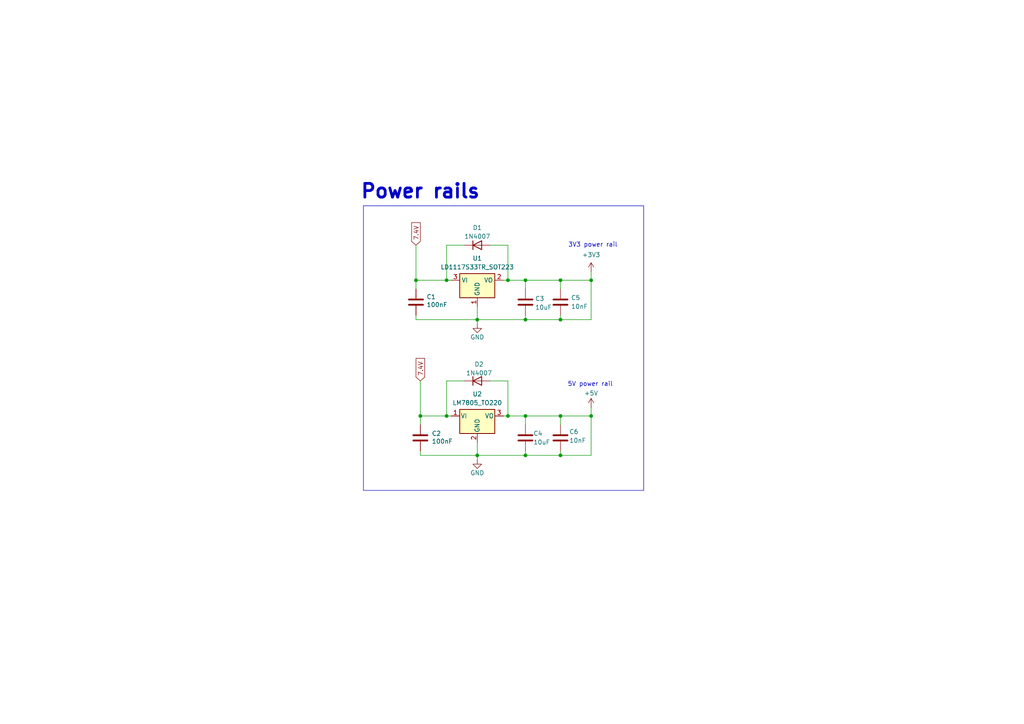
<source format=kicad_sch>
(kicad_sch (version 20231120) (generator "eeschema") (generator_version "8.0")
  (paper "A4")
  (lib_symbols
    (symbol "Device:C" (pin_numbers hide) (pin_names (offset 0.254))
      (property "Reference" "C" (at 0.635 2.54 0))
      (property "Value" "C" (at 0.635 -2.54 0))
      (symbol "C_0_1"
        (polyline (pts (xy -2.032 -0.762) (xy 2.032 -0.762)) (stroke (width 0.508)))
        (polyline (pts (xy -2.032 0.762) (xy 2.032 0.762)) (stroke (width 0.508)))
      )
      (symbol "C_1_1"
        (pin passive line (at 0 3.81 270) (length 2.794) (name "~") (number "1"))
        (pin passive line (at 0 -3.81 90) (length 2.794) (name "~") (number "2"))
      )
    )
    (symbol "Diode:1N4007" (pin_numbers hide) (pin_names hide)
      (property "Reference" "D" (at 0 2.54 0))
      (property "Value" "1N4007" (at 0 -2.54 0))
      (symbol "1N4007_0_1"
        (polyline (pts (xy -1.27 1.27) (xy -1.27 -1.27)) (stroke (width 0.254)))
        (polyline (pts (xy 1.27 0) (xy -1.27 0)))
        (polyline (pts (xy 1.27 1.27) (xy 1.27 -1.27) (xy -1.27 0) (xy 1.27 1.27)) (stroke (width 0.254)))
      )
      (symbol "1N4007_1_1"
        (pin passive line (at -3.81 0 0) (length 2.54) (name "K") (number "1"))
        (pin passive line (at 3.81 0 180) (length 2.54) (name "A") (number "2"))
      )
    )
    (symbol "Regulator_Linear:LD1117S33TR_SOT223"
      (property "Reference" "U" (at -3.81 3.175 0))
      (property "Value" "LD1117S33TR_SOT223" (at 0 3.175 0))
      (symbol "LD1117S33TR_SOT223_0_1"
        (rectangle (start -5.08 -5.08) (end 5.08 1.905) (stroke (width 0.254)) (fill (type background)))
      )
      (symbol "LD1117S33TR_SOT223_1_1"
        (pin power_in line (at 0 -7.62 90) (length 2.54) (name "GND") (number "1"))
        (pin power_out line (at 7.62 0 180) (length 2.54) (name "VO") (number "2"))
        (pin power_in line (at -7.62 0 0) (length 2.54) (name "VI") (number "3"))
      )
    )
    (symbol "Regulator_Linear:LM7805_TO220" (pin_names (offset 0.254))
      (property "Reference" "U" (at -3.81 3.175 0))
      (property "Value" "LM7805_TO220" (at 0 3.175 0))
      (symbol "LM7805_TO220_0_1"
        (rectangle (start -5.08 1.905) (end 5.08 -5.08) (stroke (width 0.254)) (fill (type background)))
      )
      (symbol "LM7805_TO220_1_1"
        (pin power_in line (at -7.62 0 0) (length 2.54) (name "VI") (number "1"))
        (pin power_in line (at 0 -7.62 90) (length 2.54) (name "GND") (number "2"))
        (pin power_out line (at 7.62 0 180) (length 2.54) (name "VO") (number "3"))
      )
    )
    (symbol "power:+3V3" (power) (pin_numbers hide) (pin_names (offset 0) hide)
      (property "Value" "+3V3" (at 0 3.556 0))
      (symbol "+3V3_0_1"
        (polyline (pts (xy -0.762 1.27) (xy 0 2.54)))
        (polyline (pts (xy 0 0) (xy 0 2.54)))
        (polyline (pts (xy 0 2.54) (xy 0.762 1.27)))
      )
      (symbol "+3V3_1_1"
        (pin power_in line (at 0 0 90) (length 0) (name "~") (number "1"))
      )
    )
    (symbol "power:+5V" (power) (pin_numbers hide) (pin_names (offset 0) hide)
      (property "Value" "+5V" (at 0 3.556 0))
      (symbol "+5V_0_1"
        (polyline (pts (xy -0.762 1.27) (xy 0 2.54)))
        (polyline (pts (xy 0 0) (xy 0 2.54)))
        (polyline (pts (xy 0 2.54) (xy 0.762 1.27)))
      )
      (symbol "+5V_1_1"
        (pin power_in line (at 0 0 90) (length 0) (name "~") (number "1"))
      )
    )
    (symbol "power:GND" (power) (pin_numbers hide) (pin_names (offset 0) hide)
      (property "Value" "GND" (at 0 -3.81 0))
      (symbol "GND_0_1"
        (polyline (pts (xy 0 0) (xy 0 -1.27) (xy 1.27 -1.27) (xy 0 -2.54) (xy -1.27 -1.27) (xy 0 -1.27)))
      )
      (symbol "GND_1_1"
        (pin power_in line (at 0 0 270) (length 0) (name "~") (number "1"))
      )
    )
  )
  (junction (at 138.43 132.08))
  (junction (at 171.45 120.65))
  (junction (at 129.54 81.28))
  (junction (at 147.32 120.65))
  (junction (at 129.54 120.65))
  (junction (at 120.65 81.28))
  (junction (at 162.56 120.65))
  (junction (at 138.43 92.71))
  (junction (at 162.56 92.71))
  (junction (at 152.4 92.71))
  (junction (at 152.4 120.65))
  (junction (at 121.92 120.65))
  (junction (at 152.4 81.28))
  (junction (at 147.32 81.28))
  (junction (at 171.45 81.28))
  (junction (at 152.4 132.08))
  (junction (at 162.56 81.28))
  (junction (at 162.56 132.08))
  (wire (pts (xy 147.32 81.28) (xy 152.4 81.28)))
  (wire (pts (xy 138.43 92.71) (xy 138.43 93.98)))
  (wire (pts (xy 171.45 81.28) (xy 171.45 78.74)))
  (wire (pts (xy 162.56 92.71) (xy 171.45 92.71)))
  (wire (pts (xy 146.05 81.28) (xy 147.32 81.28)))
  (wire (pts (xy 120.65 92.71) (xy 120.65 91.44)))
  (wire (pts (xy 162.56 130.81) (xy 162.56 132.08)))
  (wire (pts (xy 152.4 91.44) (xy 152.4 92.71)))
  (wire (pts (xy 152.4 120.65) (xy 152.4 123.19)))
  (wire (pts (xy 138.43 128.27) (xy 138.43 132.08)))
  (wire (pts (xy 152.4 130.81) (xy 152.4 132.08)))
  (wire (pts (xy 120.65 71.12) (xy 120.65 81.28)))
  (wire (pts (xy 121.92 110.49) (xy 121.92 120.65)))
  (wire (pts (xy 146.05 120.65) (xy 147.32 120.65)))
  (wire (pts (xy 129.54 71.12) (xy 129.54 81.28)))
  (wire (pts (xy 162.56 120.65) (xy 171.45 120.65)))
  (wire (pts (xy 138.43 132.08) (xy 152.4 132.08)))
  (wire (pts (xy 162.56 132.08) (xy 152.4 132.08)))
  (wire (pts (xy 120.65 81.28) (xy 120.65 83.82)))
  (wire (pts (xy 129.54 81.28) (xy 130.81 81.28)))
  (wire (pts (xy 134.62 71.12) (xy 129.54 71.12)))
  (wire (pts (xy 162.56 120.65) (xy 162.56 123.19)))
  (wire (pts (xy 152.4 120.65) (xy 162.56 120.65)))
  (wire (pts (xy 152.4 81.28) (xy 162.56 81.28)))
  (wire (pts (xy 138.43 88.9) (xy 138.43 92.71)))
  (wire (pts (xy 152.4 81.28) (xy 152.4 83.82)))
  (wire (pts (xy 138.43 92.71) (xy 152.4 92.71)))
  (wire (pts (xy 121.92 120.65) (xy 129.54 120.65)))
  (wire (pts (xy 120.65 81.28) (xy 129.54 81.28)))
  (wire (pts (xy 134.62 110.49) (xy 129.54 110.49)))
  (wire (pts (xy 147.32 120.65) (xy 152.4 120.65)))
  (wire (pts (xy 147.32 110.49) (xy 147.32 120.65)))
  (wire (pts (xy 121.92 120.65) (xy 121.92 123.19)))
  (wire (pts (xy 120.65 92.71) (xy 138.43 92.71)))
  (wire (pts (xy 162.56 92.71) (xy 162.56 91.44)))
  (wire (pts (xy 147.32 71.12) (xy 147.32 81.28)))
  (wire (pts (xy 171.45 120.65) (xy 171.45 118.11)))
  (wire (pts (xy 121.92 132.08) (xy 138.43 132.08)))
  (wire (pts (xy 162.56 81.28) (xy 162.56 83.82)))
  (wire (pts (xy 138.43 132.08) (xy 138.43 133.35)))
  (wire (pts (xy 121.92 132.08) (xy 121.92 130.81)))
  (wire (pts (xy 152.4 92.71) (xy 162.56 92.71)))
  (wire (pts (xy 142.24 110.49) (xy 147.32 110.49)))
  (wire (pts (xy 142.24 71.12) (xy 147.32 71.12)))
  (wire (pts (xy 171.45 92.71) (xy 171.45 81.28)))
  (wire (pts (xy 129.54 110.49) (xy 129.54 120.65)))
  (wire (pts (xy 171.45 120.65) (xy 171.45 132.08)))
  (wire (pts (xy 162.56 81.28) (xy 171.45 81.28)))
  (wire (pts (xy 129.54 120.65) (xy 130.81 120.65)))
  (wire (pts (xy 171.45 132.08) (xy 162.56 132.08)))
  (rectangle (start 105.41 59.69) (end 186.69 142.24))
  (text "Power rails\n" (at 121.92 55.626 0) (effects (font (size 4 4) (thickness 0.8) (bold yes))))
  (text "3V3 power rail" (at 171.958 71.12 0) (effects (font (size 1.27 1.27))))
  (text "5V power rail" (at 171.196 111.506 0) (effects (font (size 1.27 1.27))))
  (global_label "7.4V" (shape input) (at 121.92 110.49 90) (property "Intersheetrefs" "${INTERSHEET_REFS}" (effects (hide yes))))
  (global_label "7.4V" (shape input) (at 120.65 71.12 90) (property "Intersheetrefs" "${INTERSHEET_REFS}" (effects (hide yes))))
  (symbol (lib_id "Device:C") (at 162.56 127 0) (unit 1)
    (property "Reference" "C6" (at 165.1 125.222 0) (effects (justify left)))
    (property "Value" "10nF" (at 165.1 127.762 0) (effects (justify left)))
    (property "Footprint" "Capacitor_SMD:C_1206_3216Metric" (effects (hide yes)))
    (property "Description" "Unpolarized capacitor" (effects (hide yes)))
  )
  (symbol (lib_id "Diode:1N4007") (at 138.43 110.49 0) (unit 1)
    (property "Reference" "D2" (at 138.938 105.664 0))
    (property "Value" "1N4007" (at 138.938 108.204 0))
    (property "Footprint" "Diode_THT:D_DO-41_SOD81_P10.16mm_Horizontal" (effects (hide yes)))
    (property "Datasheet" "http://www.vishay.com/docs/88503/1n4001.pdf" (effects (hide yes)))
    (property "Description" "1000V 1A General Purpose Rectifier Diode, DO-41" (effects (hide yes)))
    (property "Sim.Device" "D" (effects (hide yes)))
    (property "Sim.Pins" "1=K 2=A" (effects (hide yes)))
  )
  (symbol (lib_id "Device:C") (at 162.56 87.63 0) (unit 1)
    (property "Reference" "C5" (at 165.608 86.36 0) (effects (justify left)))
    (property "Value" "10nF" (at 165.608 88.9 0) (effects (justify left)))
    (property "Footprint" "Capacitor_SMD:C_1206_3216Metric" (effects (hide yes)))
    (property "Description" "Unpolarized capacitor" (effects (hide yes)))
  )
  (symbol (lib_id "power:+3V3") (at 171.45 78.74 0) (unit 1)
    (property "Reference" "#PWR03" (effects (hide yes)))
    (property "Value" "+3V3" (at 171.45 73.914 0))
    (property "Description" "Power symbol creates a global label with name \"+3V3\"" (effects (hide yes)))
  )
  (symbol (lib_id "power:GND") (at 138.43 93.98 0) (unit 1)
    (property "Reference" "#PWR01" (effects (hide yes)))
    (property "Value" "GND" (at 138.43 97.79 0))
    (property "Description" "Power symbol creates a global label with name \"GND\" , ground" (effects (hide yes)))
  )
  (symbol (lib_id "power:GND") (at 138.43 133.35 0) (unit 1)
    (property "Reference" "#PWR02" (effects (hide yes)))
    (property "Value" "GND" (at 138.43 137.16 0))
    (property "Description" "Power symbol creates a global label with name \"GND\" , ground" (effects (hide yes)))
  )
  (symbol (lib_id "Device:C") (at 120.65 87.63 0) (unit 1)
    (property "Reference" "C1" (at 123.698 86.106 0) (effects (justify left)))
    (property "Value" "100nF" (at 123.698 88.392 0) (effects (justify left)))
    (property "Footprint" "Capacitor_SMD:C_1206_3216Metric" (effects (hide yes)))
    (property "Description" "Unpolarized capacitor" (effects (hide yes)))
  )
  (symbol (lib_id "Device:C") (at 152.4 87.63 0) (unit 1)
    (property "Reference" "C3" (at 155.194 86.614 0) (effects (justify left)))
    (property "Value" "10uF" (at 155.194 89.154 0) (effects (justify left)))
    (property "Footprint" "Capacitor_SMD:C_1206_3216Metric" (effects (hide yes)))
    (property "Description" "Unpolarized capacitor" (effects (hide yes)))
  )
  (symbol (lib_id "power:+5V") (at 171.45 118.11 0) (unit 1)
    (property "Reference" "#PWR04" (effects (hide yes)))
    (property "Value" "+5V" (at 171.45 114.046 0))
    (property "Description" "Power symbol creates a global label with name \"+5V\"" (effects (hide yes)))
  )
  (symbol (lib_id "Regulator_Linear:LD1117S33TR_SOT223") (at 138.43 81.28 0) (unit 1)
    (property "Reference" "U1" (at 138.43 74.93 0))
    (property "Value" "LD1117S33TR_SOT223" (at 138.43 77.47 0))
    (property "Footprint" "Package_TO_SOT_SMD:SOT-223-3_TabPin2" (effects (hide yes)))
    (property "Datasheet" "http://www.st.com/st-web-ui/static/active/en/resource/technical/document/datasheet/CD00000544.pdf" (effects (hide yes)))
    (property "Description" "800mA Fixed Low Drop Positive Voltage Regulator, Fixed Output 3.3V, SOT-223" (effects (hide yes)))
  )
  (symbol (lib_id "Device:C") (at 152.4 127 0) (unit 1)
    (property "Reference" "C4" (at 154.686 125.73 0) (effects (justify left)))
    (property "Value" "10uF" (at 154.686 128.27 0) (effects (justify left)))
    (property "Footprint" "Capacitor_SMD:C_1206_3216Metric" (effects (hide yes)))
    (property "Description" "Unpolarized capacitor" (effects (hide yes)))
  )
  (symbol (lib_id "Diode:1N4007") (at 138.43 71.12 0) (unit 1)
    (property "Reference" "D1" (at 138.43 66.04 0))
    (property "Value" "1N4007" (at 138.43 68.58 0))
    (property "Footprint" "Diode_THT:D_DO-41_SOD81_P10.16mm_Horizontal" (effects (hide yes)))
    (property "Datasheet" "http://www.vishay.com/docs/88503/1n4001.pdf" (effects (hide yes)))
    (property "Description" "1000V 1A General Purpose Rectifier Diode, DO-41" (effects (hide yes)))
    (property "Sim.Device" "D" (effects (hide yes)))
    (property "Sim.Pins" "1=K 2=A" (effects (hide yes)))
  )
  (symbol (lib_id "Regulator_Linear:LM7805_TO220") (at 138.43 120.65 0) (unit 1)
    (property "Reference" "U2" (at 138.43 114.3 0))
    (property "Value" "LM7805_TO220" (at 138.43 116.84 0))
    (property "Footprint" "Package_TO_SOT_THT:TO-220-3_Vertical" (effects (hide yes)))
    (property "Datasheet" "https://www.onsemi.cn/PowerSolutions/document/MC7800-D.PDF" (effects (hide yes)))
    (property "Description" "Positive 1A 35V Linear Regulator, Fixed Output 5V, TO-220" (effects (hide yes)))
  )
  (symbol (lib_id "Device:C") (at 121.92 127 0) (unit 1)
    (property "Reference" "C2" (at 125.222 125.73 0) (effects (justify left)))
    (property "Value" "100nF" (at 125.222 128.016 0) (effects (justify left)))
    (property "Footprint" "Capacitor_SMD:C_1206_3216Metric" (effects (hide yes)))
    (property "Description" "Unpolarized capacitor" (effects (hide yes)))
  )
)
</source>
